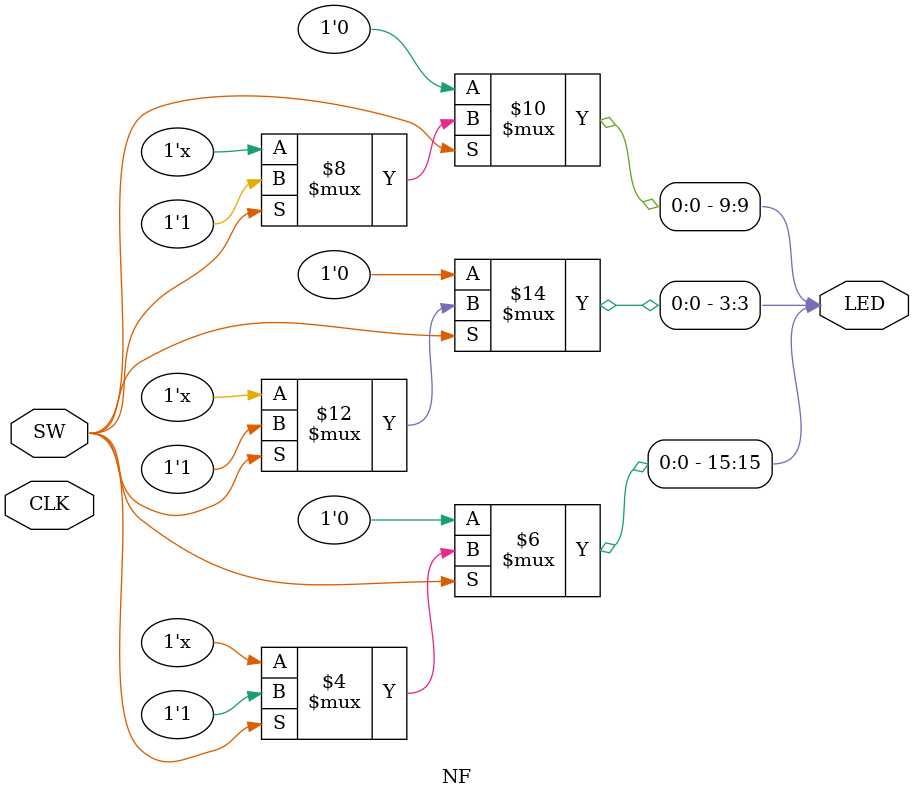
<source format=v>
`timescale 1ns / 1ps



module NF(LED, SW, CLK);
output reg [15:0] LED;
input SW, CLK;

always @(CLK) begin
if(SW == 1) begin
    LED[3] <= 1;
    LED[9] <= 1;
    LED[15] <= 1;
    end 
if(SW == 0) begin
    LED[3] <= 0;
    LED[9] <= 0;
    LED[15] <= 0;
    end 
end

endmodule

</source>
